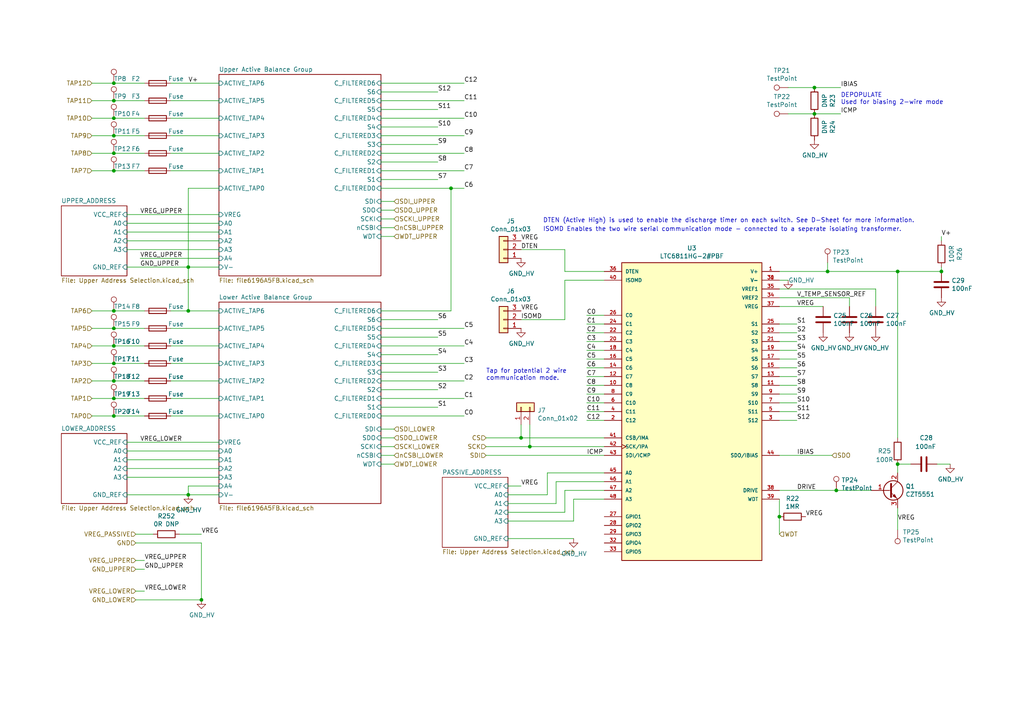
<source format=kicad_sch>
(kicad_sch (version 20211123) (generator eeschema)
  (paper "A4")
  (lib_symbols
    (symbol "Connector:TestPoint" (pin_numbers hide) (pin_names (offset 0.762) hide)
      (property "Reference" "TP" (at 0 6.858 0))
      (property "Value" "TestPoint" (at 0 5.08 0))
      (symbol "TestPoint_1_1"
        (pin passive line (at 0 0 90) (length 2.54) (name "1") (number "1"))
      )
    )
    (symbol "Connector_Generic:Conn_01x02" (pin_names (offset 1.016) hide)
      (property "Reference" "J" (at 0 2.54 0))
      (property "Value" "Conn_01x02" (at 0 -5.08 0))
      (symbol "Conn_01x02_1_1"
        (pin passive line (at -5.08 0 0) (length 3.81) (name "Pin_1") (number "1"))
        (pin passive line (at -5.08 -2.54 0) (length 3.81) (name "Pin_2") (number "2"))
      )
    )
    (symbol "Connector_Generic:Conn_01x03" (pin_names (offset 1.016) hide)
      (property "Reference" "J" (at 0 5.08 0))
      (property "Value" "Conn_01x03" (at 0 -5.08 0))
      (symbol "Conn_01x03_1_1"
        (pin passive line (at -5.08 2.54 0) (length 3.81) (name "Pin_1") (number "1"))
        (pin passive line (at -5.08 0 0) (length 3.81) (name "Pin_2") (number "2"))
        (pin passive line (at -5.08 -2.54 0) (length 3.81) (name "Pin_3") (number "3"))
      )
    )
    (symbol "Device:C" (pin_numbers hide) (pin_names (offset 0.254))
      (property "Reference" "C" (at 0.635 2.54 0))
      (property "Value" "C" (at 0.635 -2.54 0))
      (symbol "C_1_1"
        (pin passive line (at 0 3.81 270) (length 2.794) (name "~") (number "1"))
        (pin passive line (at 0 -3.81 90) (length 2.794) (name "~") (number "2"))
      )
    )
    (symbol "Device:Fuse" (pin_numbers hide) (pin_names (offset 0))
      (property "Reference" "F" (at 2.032 0 90))
      (property "Value" "Fuse" (at -1.905 0 90))
      (symbol "Fuse_1_1"
        (pin passive line (at 0 3.81 270) (length 1.27) (name "~") (number "1"))
        (pin passive line (at 0 -3.81 90) (length 1.27) (name "~") (number "2"))
      )
    )
    (symbol "Device:R" (pin_numbers hide) (pin_names (offset 0))
      (property "Reference" "R" (at 2.032 0 90))
      (property "Value" "R" (at 0 0 90))
      (symbol "R_1_1"
        (pin passive line (at 0 3.81 270) (length 1.27) (name "~") (number "1"))
        (pin passive line (at 0 -3.81 90) (length 1.27) (name "~") (number "2"))
      )
    )
    (symbol "GND_HV_1" (power) (pin_names (offset 0))
      (property "Value" "GND_HV_1" (at 0 -3.81 0))
      (symbol "GND_HV_1_1_1"
        (pin power_in line (at 0 0 270) (length 0) hide (name "GND_HV") (number "1"))
      )
    )
    (symbol "GND_HV_10" (power) (pin_names (offset 0))
      (property "Value" "GND_HV_10" (at 0 -3.81 0))
      (symbol "GND_HV_10_1_1"
        (pin power_in line (at 0 0 270) (length 0) hide (name "GND_HV") (number "1"))
      )
    )
    (symbol "GND_HV_12" (power) (pin_names (offset 0))
      (property "Value" "GND_HV_12" (at 0 -3.81 0))
      (symbol "GND_HV_12_1_1"
        (pin power_in line (at 0 0 270) (length 0) hide (name "GND_HV") (number "1"))
      )
    )
    (symbol "GND_HV_2" (power) (pin_names (offset 0))
      (property "Value" "GND_HV_2" (at 0 -3.81 0))
      (symbol "GND_HV_2_1_1"
        (pin power_in line (at 0 0 270) (length 0) hide (name "GND_HV") (number "1"))
      )
    )
    (symbol "GND_HV_3" (power) (pin_names (offset 0))
      (property "Value" "GND_HV_3" (at 0 -3.81 0))
      (symbol "GND_HV_3_1_1"
        (pin power_in line (at 0 0 270) (length 0) hide (name "GND_HV") (number "1"))
      )
    )
    (symbol "GND_HV_4" (power) (pin_names (offset 0))
      (property "Value" "GND_HV_4" (at 0 -3.81 0))
      (symbol "GND_HV_4_1_1"
        (pin power_in line (at 0 0 270) (length 0) hide (name "GND_HV") (number "1"))
      )
    )
    (symbol "GND_HV_5" (power) (pin_names (offset 0))
      (property "Value" "GND_HV_5" (at 0 -3.81 0))
      (symbol "GND_HV_5_1_1"
        (pin power_in line (at 0 0 270) (length 0) hide (name "GND_HV") (number "1"))
      )
    )
    (symbol "GND_HV_6" (power) (pin_names (offset 0))
      (property "Value" "GND_HV_6" (at 0 -3.81 0))
      (symbol "GND_HV_6_1_1"
        (pin power_in line (at 0 0 270) (length 0) hide (name "GND_HV") (number "1"))
      )
    )
    (symbol "GND_HV_7" (power) (pin_names (offset 0))
      (property "Value" "GND_HV_7" (at 0 -3.81 0))
      (symbol "GND_HV_7_1_1"
        (pin power_in line (at 0 0 270) (length 0) hide (name "GND_HV") (number "1"))
      )
    )
    (symbol "GND_HV_8" (power) (pin_names (offset 0))
      (property "Value" "GND_HV_8" (at 0 -3.81 0))
      (symbol "GND_HV_8_1_1"
        (pin power_in line (at 0 0 270) (length 0) hide (name "GND_HV") (number "1"))
      )
    )
    (symbol "GND_HV_9" (power) (pin_names (offset 0))
      (property "Value" "GND_HV_9" (at 0 -3.81 0))
      (symbol "GND_HV_9_1_1"
        (pin power_in line (at 0 0 270) (length 0) hide (name "GND_HV") (number "1"))
      )
    )
    (symbol "LTC6811HG-2_PBF:LTC6811HG-2#PBF" (pin_names (offset 1.016))
      (property "Reference" "U" (at -20.3454 43.7134 0))
      (property "Value" "LTC6811HG-2#PBF" (at -20.32 -48.2854 0))
      (symbol "LTC6811HG-2#PBF_0_0"
        (pin power_in line (at 25.4 40.64 180) (length 5.08) (name "V+") (number "1"))
        (pin input line (at -25.4 7.62 0) (length 5.08) (name "C8") (number "10"))
        (pin bidirectional line (at 25.4 7.62 180) (length 5.08) (name "S8") (number "11"))
        (pin input line (at -25.4 10.16 0) (length 5.08) (name "C7") (number "12"))
        (pin bidirectional line (at 25.4 10.16 180) (length 5.08) (name "S7") (number "13"))
        (pin input line (at -25.4 12.7 0) (length 5.08) (name "C6") (number "14"))
        (pin bidirectional line (at 25.4 12.7 180) (length 5.08) (name "S6") (number "15"))
        (pin input line (at -25.4 15.24 0) (length 5.08) (name "C5") (number "16"))
        (pin bidirectional line (at 25.4 15.24 180) (length 5.08) (name "S5") (number "17"))
        (pin input line (at -25.4 17.78 0) (length 5.08) (name "C4") (number "18"))
        (pin bidirectional line (at 25.4 17.78 180) (length 5.08) (name "S4") (number "19"))
        (pin input line (at -25.4 -2.54 0) (length 5.08) (name "C12") (number "2"))
        (pin input line (at -25.4 20.32 0) (length 5.08) (name "C3") (number "20"))
        (pin bidirectional line (at 25.4 20.32 180) (length 5.08) (name "S3") (number "21"))
        (pin input line (at -25.4 22.86 0) (length 5.08) (name "C2") (number "22"))
        (pin bidirectional line (at 25.4 22.86 180) (length 5.08) (name "S2") (number "23"))
        (pin input line (at -25.4 25.4 0) (length 5.08) (name "C1") (number "24"))
        (pin bidirectional line (at 25.4 25.4 180) (length 5.08) (name "S1") (number "25"))
        (pin input line (at -25.4 27.94 0) (length 5.08) (name "C0") (number "26"))
        (pin bidirectional line (at -25.4 -30.48 0) (length 5.08) (name "GPIO1") (number "27"))
        (pin bidirectional line (at -25.4 -33.02 0) (length 5.08) (name "GPIO2") (number "28"))
        (pin bidirectional line (at -25.4 -35.56 0) (length 5.08) (name "GPIO3") (number "29"))
        (pin bidirectional line (at 25.4 -2.54 180) (length 5.08) (name "S12") (number "3"))
        (pin power_in line (at 25.4 38.1 180) (length 5.08) (name "V-") (number "30"))
        (pin power_in line (at 25.4 38.1 180) (length 5.08) (name "V-") (number "31"))
        (pin bidirectional line (at -25.4 -38.1 0) (length 5.08) (name "GPIO4") (number "32"))
        (pin bidirectional line (at -25.4 -40.64 0) (length 5.08) (name "GPIO5") (number "33"))
        (pin power_in line (at 25.4 33.02 180) (length 5.08) (name "VREF2") (number "34"))
        (pin power_in line (at 25.4 35.56 180) (length 5.08) (name "VREF1") (number "35"))
        (pin input line (at -25.4 40.64 0) (length 5.08) (name "DTEN") (number "36"))
        (pin power_in line (at 25.4 30.48 180) (length 5.08) (name "VREG") (number "37"))
        (pin output line (at 25.4 -22.86 180) (length 5.08) (name "DRIVE") (number "38"))
        (pin output line (at 25.4 -25.4 180) (length 5.08) (name "WDT") (number "39"))
        (pin input line (at -25.4 0 0) (length 5.08) (name "C11") (number "4"))
        (pin input line (at -25.4 38.1 0) (length 5.08) (name "ISOMD") (number "40"))
        (pin input line (at -25.4 -7.62 0) (length 5.08) (name "CSB/IMA") (number "41"))
        (pin input clock (at -25.4 -10.16 0) (length 5.08) (name "SCK/IPA") (number "42"))
        (pin input line (at -25.4 -12.7 0) (length 5.08) (name "SDI/ICMP") (number "43"))
        (pin output line (at 25.4 -12.7 180) (length 5.08) (name "SDO/IBIAS") (number "44"))
        (pin input line (at -25.4 -17.78 0) (length 5.08) (name "A0") (number "45"))
        (pin input line (at -25.4 -20.32 0) (length 5.08) (name "A1") (number "46"))
        (pin input line (at -25.4 -22.86 0) (length 5.08) (name "A2") (number "47"))
        (pin input line (at -25.4 -25.4 0) (length 5.08) (name "A3") (number "48"))
        (pin bidirectional line (at 25.4 0 180) (length 5.08) (name "S11") (number "5"))
        (pin input line (at -25.4 2.54 0) (length 5.08) (name "C10") (number "6"))
        (pin bidirectional line (at 25.4 2.54 180) (length 5.08) (name "S10") (number "7"))
        (pin input line (at -25.4 5.08 0) (length 5.08) (name "C9") (number "8"))
        (pin bidirectional line (at 25.4 5.08 180) (length 5.08) (name "S9") (number "9"))
      )
    )
    (symbol "czt5551:CZT5551" (pin_names (offset 0) hide)
      (property "Reference" "Q" (at 5.08 1.905 0))
      (property "Value" "CZT5551" (at 5.08 0 0))
      (symbol "CZT5551_1_1"
        (pin input line (at -5.08 0 0) (length 5.08) (name "B") (number "1"))
        (pin passive line (at 2.54 5.08 270) (length 2.54) (name "C") (number "2"))
        (pin passive line (at 2.54 -5.08 90) (length 2.54) (name "E") (number "3"))
      )
    )
    (symbol "gnd_hv:GND_HV" (power) (pin_names (offset 0))
      (property "Value" "GND_HV" (at 0 -3.81 0))
      (symbol "GND_HV_1_1"
        (pin power_in line (at 0 0 270) (length 0) hide (name "GND_HV") (number "1"))
      )
    )
  )
  (junction (at 33.02 110.49))
  (junction (at 260.35 134.62))
  (junction (at 260.35 78.74))
  (junction (at 33.02 49.53))
  (junction (at 33.02 105.41))
  (junction (at 33.02 115.57))
  (junction (at 33.02 100.33))
  (junction (at 240.03 78.74))
  (junction (at 33.02 29.21))
  (junction (at 58.42 173.99))
  (junction (at 33.02 44.45))
  (junction (at 153.67 129.54))
  (junction (at 33.02 34.29))
  (junction (at 33.02 39.37))
  (junction (at 54.61 143.51))
  (junction (at 130.81 54.61))
  (junction (at 226.06 149.86))
  (junction (at 54.61 77.47))
  (junction (at 33.02 90.17))
  (junction (at 54.61 90.17))
  (junction (at 33.02 95.25))
  (junction (at 236.22 25.4))
  (junction (at 242.57 142.24))
  (junction (at 151.13 127))
  (junction (at 236.22 33.02))
  (junction (at 33.02 24.13))
  (junction (at 273.05 78.74))
  (junction (at 33.02 120.65))
  (wire (pts (xy 163.83 92.71) (xy 151.13 92.71)))
  (wire (pts (xy 110.49 110.49) (xy 134.62 110.49)))
  (wire (pts (xy 226.06 144.78) (xy 226.06 149.86)))
  (wire (pts (xy 110.49 127) (xy 114.3 127)))
  (wire (pts (xy 134.62 49.53) (xy 110.49 49.53)))
  (wire (pts (xy 175.26 81.28) (xy 163.83 81.28)))
  (wire (pts (xy 175.26 129.54) (xy 153.67 129.54)))
  (wire (pts (xy 110.49 66.04) (xy 114.3 66.04)))
  (wire (pts (xy 110.49 41.91) (xy 127 41.91)))
  (wire (pts (xy 243.84 25.4) (xy 236.22 25.4)))
  (wire (pts (xy 110.49 60.96) (xy 114.3 60.96)))
  (wire (pts (xy 175.26 93.98) (xy 170.18 93.98)))
  (wire (pts (xy 226.06 116.84) (xy 231.14 116.84)))
  (wire (pts (xy 147.32 140.97) (xy 151.13 140.97)))
  (wire (pts (xy 114.3 134.62) (xy 110.49 134.62)))
  (wire (pts (xy 63.5 34.29) (xy 49.53 34.29)))
  (wire (pts (xy 110.49 97.79) (xy 127 97.79)))
  (wire (pts (xy 170.18 106.68) (xy 175.26 106.68)))
  (wire (pts (xy 54.61 54.61) (xy 54.61 77.47)))
  (wire (pts (xy 110.49 100.33) (xy 134.62 100.33)))
  (wire (pts (xy 58.42 157.48) (xy 58.42 173.99)))
  (wire (pts (xy 41.91 44.45) (xy 33.02 44.45)))
  (wire (pts (xy 163.83 148.59) (xy 163.83 142.24)))
  (wire (pts (xy 114.3 63.5) (xy 110.49 63.5)))
  (wire (pts (xy 110.49 107.95) (xy 127 107.95)))
  (wire (pts (xy 54.61 77.47) (xy 63.5 77.47)))
  (wire (pts (xy 170.18 109.22) (xy 175.26 109.22)))
  (wire (pts (xy 26.67 34.29) (xy 33.02 34.29)))
  (wire (pts (xy 63.5 24.13) (xy 49.53 24.13)))
  (wire (pts (xy 33.02 90.17) (xy 41.91 90.17)))
  (wire (pts (xy 54.61 140.97) (xy 63.5 140.97)))
  (wire (pts (xy 151.13 123.19) (xy 151.13 127)))
  (wire (pts (xy 39.37 157.48) (xy 58.42 157.48)))
  (wire (pts (xy 110.49 26.67) (xy 127 26.67)))
  (wire (pts (xy 41.91 95.25) (xy 33.02 95.25)))
  (wire (pts (xy 110.49 95.25) (xy 134.62 95.25)))
  (wire (pts (xy 63.5 39.37) (xy 49.53 39.37)))
  (wire (pts (xy 110.49 113.03) (xy 127 113.03)))
  (wire (pts (xy 63.5 69.85) (xy 36.83 69.85)))
  (wire (pts (xy 26.67 49.53) (xy 33.02 49.53)))
  (wire (pts (xy 260.35 78.74) (xy 273.05 78.74)))
  (wire (pts (xy 63.5 115.57) (xy 49.53 115.57)))
  (wire (pts (xy 63.5 54.61) (xy 54.61 54.61)))
  (wire (pts (xy 63.5 44.45) (xy 49.53 44.45)))
  (wire (pts (xy 26.67 105.41) (xy 33.02 105.41)))
  (wire (pts (xy 158.75 143.51) (xy 158.75 137.16)))
  (wire (pts (xy 63.5 105.41) (xy 49.53 105.41)))
  (wire (pts (xy 161.29 146.05) (xy 147.32 146.05)))
  (wire (pts (xy 170.18 111.76) (xy 175.26 111.76)))
  (wire (pts (xy 226.06 83.82) (xy 254 83.82)))
  (wire (pts (xy 226.06 142.24) (xy 242.57 142.24)))
  (wire (pts (xy 110.49 31.75) (xy 127 31.75)))
  (wire (pts (xy 52.07 154.94) (xy 58.42 154.94)))
  (wire (pts (xy 110.49 54.61) (xy 130.81 54.61)))
  (wire (pts (xy 110.49 105.41) (xy 134.62 105.41)))
  (wire (pts (xy 36.83 77.47) (xy 54.61 77.47)))
  (wire (pts (xy 242.57 142.24) (xy 252.73 142.24)))
  (wire (pts (xy 175.26 104.14) (xy 170.18 104.14)))
  (wire (pts (xy 175.26 119.38) (xy 170.18 119.38)))
  (wire (pts (xy 114.3 58.42) (xy 110.49 58.42)))
  (wire (pts (xy 110.49 118.11) (xy 127 118.11)))
  (wire (pts (xy 170.18 91.44) (xy 175.26 91.44)))
  (wire (pts (xy 226.06 81.28) (xy 228.6 81.28)))
  (wire (pts (xy 226.06 78.74) (xy 240.03 78.74)))
  (wire (pts (xy 226.06 149.86) (xy 226.06 154.94)))
  (wire (pts (xy 166.37 151.13) (xy 147.32 151.13)))
  (wire (pts (xy 130.81 54.61) (xy 134.62 54.61)))
  (wire (pts (xy 226.06 88.9) (xy 238.76 88.9)))
  (wire (pts (xy 110.49 36.83) (xy 127 36.83)))
  (wire (pts (xy 166.37 144.78) (xy 166.37 151.13)))
  (wire (pts (xy 36.83 67.31) (xy 63.5 67.31)))
  (wire (pts (xy 110.49 44.45) (xy 134.62 44.45)))
  (wire (pts (xy 110.49 92.71) (xy 127 92.71)))
  (wire (pts (xy 241.3 132.08) (xy 226.06 132.08)))
  (wire (pts (xy 153.67 129.54) (xy 140.97 129.54)))
  (wire (pts (xy 226.06 96.52) (xy 231.14 96.52)))
  (wire (pts (xy 54.61 143.51) (xy 63.5 143.51)))
  (wire (pts (xy 110.49 115.57) (xy 134.62 115.57)))
  (wire (pts (xy 39.37 171.45) (xy 41.91 171.45)))
  (wire (pts (xy 110.49 90.17) (xy 130.81 90.17)))
  (wire (pts (xy 260.35 134.62) (xy 260.35 137.16)))
  (wire (pts (xy 271.78 134.62) (xy 275.59 134.62)))
  (wire (pts (xy 39.37 154.94) (xy 44.45 154.94)))
  (wire (pts (xy 26.67 115.57) (xy 33.02 115.57)))
  (wire (pts (xy 26.67 39.37) (xy 33.02 39.37)))
  (wire (pts (xy 175.26 114.3) (xy 170.18 114.3)))
  (wire (pts (xy 39.37 165.1) (xy 41.91 165.1)))
  (wire (pts (xy 114.3 129.54) (xy 110.49 129.54)))
  (wire (pts (xy 114.3 124.46) (xy 110.49 124.46)))
  (wire (pts (xy 41.91 34.29) (xy 33.02 34.29)))
  (wire (pts (xy 33.02 39.37) (xy 41.91 39.37)))
  (wire (pts (xy 231.14 104.14) (xy 226.06 104.14)))
  (wire (pts (xy 170.18 116.84) (xy 175.26 116.84)))
  (wire (pts (xy 243.84 33.02) (xy 236.22 33.02)))
  (wire (pts (xy 175.26 127) (xy 151.13 127)))
  (wire (pts (xy 246.38 86.36) (xy 226.06 86.36)))
  (wire (pts (xy 254 83.82) (xy 254 88.9)))
  (wire (pts (xy 175.26 132.08) (xy 140.97 132.08)))
  (wire (pts (xy 36.83 130.81) (xy 63.5 130.81)))
  (wire (pts (xy 114.3 68.58) (xy 110.49 68.58)))
  (wire (pts (xy 39.37 173.99) (xy 58.42 173.99)))
  (wire (pts (xy 260.35 78.74) (xy 260.35 127)))
  (wire (pts (xy 273.05 69.85) (xy 273.05 68.58)))
  (wire (pts (xy 49.53 120.65) (xy 63.5 120.65)))
  (wire (pts (xy 130.81 54.61) (xy 130.81 90.17)))
  (wire (pts (xy 110.49 52.07) (xy 127 52.07)))
  (wire (pts (xy 260.35 153.67) (xy 260.35 147.32)))
  (wire (pts (xy 163.83 72.39) (xy 151.13 72.39)))
  (wire (pts (xy 26.67 29.21) (xy 33.02 29.21)))
  (wire (pts (xy 110.49 46.99) (xy 127 46.99)))
  (wire (pts (xy 175.26 144.78) (xy 166.37 144.78)))
  (wire (pts (xy 110.49 102.87) (xy 127 102.87)))
  (wire (pts (xy 246.38 88.9) (xy 246.38 86.36)))
  (wire (pts (xy 36.83 138.43) (xy 63.5 138.43)))
  (wire (pts (xy 39.37 162.56) (xy 41.91 162.56)))
  (wire (pts (xy 36.83 62.23) (xy 63.5 62.23)))
  (wire (pts (xy 49.53 90.17) (xy 54.61 90.17)))
  (wire (pts (xy 54.61 77.47) (xy 54.61 90.17)))
  (wire (pts (xy 226.06 111.76) (xy 231.14 111.76)))
  (wire (pts (xy 41.91 49.53) (xy 33.02 49.53)))
  (wire (pts (xy 26.67 44.45) (xy 33.02 44.45)))
  (wire (pts (xy 170.18 96.52) (xy 175.26 96.52)))
  (wire (pts (xy 226.06 109.22) (xy 231.14 109.22)))
  (wire (pts (xy 170.18 101.6) (xy 175.26 101.6)))
  (wire (pts (xy 41.91 115.57) (xy 33.02 115.57)))
  (wire (pts (xy 63.5 49.53) (xy 49.53 49.53)))
  (wire (pts (xy 33.02 24.13) (xy 41.91 24.13)))
  (wire (pts (xy 110.49 34.29) (xy 134.62 34.29)))
  (wire (pts (xy 163.83 78.74) (xy 163.83 72.39)))
  (wire (pts (xy 63.5 135.89) (xy 36.83 135.89)))
  (wire (pts (xy 228.6 25.4) (xy 236.22 25.4)))
  (wire (pts (xy 41.91 100.33) (xy 33.02 100.33)))
  (wire (pts (xy 26.67 90.17) (xy 33.02 90.17)))
  (wire (pts (xy 226.06 106.68) (xy 231.14 106.68)))
  (wire (pts (xy 63.5 100.33) (xy 49.53 100.33)))
  (wire (pts (xy 236.22 33.02) (xy 228.6 33.02)))
  (wire (pts (xy 147.32 148.59) (xy 163.83 148.59)))
  (wire (pts (xy 110.49 29.21) (xy 134.62 29.21)))
  (wire (pts (xy 273.05 78.74) (xy 273.05 77.47)))
  (wire (pts (xy 33.02 105.41) (xy 41.91 105.41)))
  (wire (pts (xy 41.91 110.49) (xy 33.02 110.49)))
  (wire (pts (xy 161.29 139.7) (xy 161.29 146.05)))
  (wire (pts (xy 63.5 110.49) (xy 49.53 110.49)))
  (wire (pts (xy 240.03 78.74) (xy 260.35 78.74)))
  (wire (pts (xy 36.83 133.35) (xy 63.5 133.35)))
  (wire (pts (xy 163.83 81.28) (xy 163.83 92.71)))
  (wire (pts (xy 26.67 120.65) (xy 33.02 120.65)))
  (wire (pts (xy 36.83 128.27) (xy 63.5 128.27)))
  (wire (pts (xy 110.49 39.37) (xy 134.62 39.37)))
  (wire (pts (xy 110.49 24.13) (xy 134.62 24.13)))
  (wire (pts (xy 41.91 29.21) (xy 33.02 29.21)))
  (wire (pts (xy 170.18 121.92) (xy 175.26 121.92)))
  (wire (pts (xy 264.16 134.62) (xy 260.35 134.62)))
  (wire (pts (xy 231.14 114.3) (xy 226.06 114.3)))
  (wire (pts (xy 147.32 143.51) (xy 158.75 143.51)))
  (wire (pts (xy 63.5 29.21) (xy 49.53 29.21)))
  (wire (pts (xy 175.26 139.7) (xy 161.29 139.7)))
  (wire (pts (xy 54.61 90.17) (xy 63.5 90.17)))
  (wire (pts (xy 26.67 100.33) (xy 33.02 100.33)))
  (wire (pts (xy 63.5 95.25) (xy 49.53 95.25)))
  (wire (pts (xy 231.14 99.06) (xy 226.06 99.06)))
  (wire (pts (xy 175.26 99.06) (xy 170.18 99.06)))
  (wire (pts (xy 158.75 137.16) (xy 175.26 137.16)))
  (wire (pts (xy 110.49 132.08) (xy 114.3 132.08)))
  (wire (pts (xy 226.06 121.92) (xy 231.14 121.92)))
  (wire (pts (xy 240.03 76.2) (xy 240.03 78.74)))
  (wire (pts (xy 26.67 110.49) (xy 33.02 110.49)))
  (wire (pts (xy 226.06 101.6) (xy 231.14 101.6)))
  (wire (pts (xy 40.64 74.93) (xy 63.5 74.93)))
  (wire (pts (xy 231.14 119.38) (xy 226.06 119.38)))
  (wire (pts (xy 163.83 142.24) (xy 175.26 142.24)))
  (wire (pts (xy 26.67 24.13) (xy 33.02 24.13)))
  (wire (pts (xy 54.61 143.51) (xy 54.61 140.97)))
  (wire (pts (xy 151.13 127) (xy 140.97 127)))
  (wire (pts (xy 26.67 95.25) (xy 33.02 95.25)))
  (wire (pts (xy 41.91 120.65) (xy 33.02 120.65)))
  (wire (pts (xy 147.32 156.21) (xy 166.37 156.21)))
  (wire (pts (xy 36.83 143.51) (xy 54.61 143.51)))
  (wire (pts (xy 175.26 78.74) (xy 163.83 78.74)))
  (wire (pts (xy 134.62 120.65) (xy 110.49 120.65)))
  (wire (pts (xy 231.14 93.98) (xy 226.06 93.98)))
  (wire (pts (xy 153.67 123.19) (xy 153.67 129.54)))
  (wire (pts (xy 36.83 64.77) (xy 63.5 64.77)))
  (wire (pts (xy 36.83 72.39) (xy 63.5 72.39)))
  (text "DTEN (Active High) is used to enable the discharge timer on each switch. See D-Sheet for more information." (at 157.48 64.77 0) (effects (font (size 1.27 1.27)) (justify left bottom)))
  (text "DEPOPULATE\nUsed for biasing 2-wire mode" (at 243.84 30.48 0) (effects (font (size 1.27 1.27)) (justify left bottom)))
  (text "Tap for potential 2 wire \ncommunication mode." (at 140.97 110.49 0) (effects (font (size 1.27 1.27)) (justify left bottom)))
  (text "ISOMD Enables the two wire serial communication mode - connected to a seperate isolating transformer." (at 157.48 67.31 0) (effects (font (size 1.27 1.27)) (justify left bottom)))
  (label "C12" (at 170.18 121.92 0))
  (label "S10" (at 127 36.83 0))
  (label "VREG" (at 58.42 154.94 0))
  (label "DTEN" (at 151.13 72.39 0))
  (label "IBIAS" (at 231.14 132.08 0))
  (label "C3" (at 134.62 105.41 0))
  (label "C3" (at 170.18 99.06 0))
  (label "S11" (at 231.14 119.38 0))
  (label "S11" (at 127 31.75 0))
  (label "C0" (at 170.18 91.44 0))
  (label "C0" (at 134.62 120.65 0))
  (label "C11" (at 170.18 119.38 0))
  (label "S7" (at 231.14 109.22 0))
  (label "C2" (at 134.62 110.49 0))
  (label "V_TEMP_SENSOR_REF" (at 231.14 86.36 0))
  (label "C10" (at 134.62 34.29 0))
  (label "C7" (at 134.62 49.53 0))
  (label "ISOMD" (at 151.13 92.71 0))
  (label "C4" (at 134.62 100.33 0))
  (label "VREG" (at 151.13 90.17 0))
  (label "GND_UPPER" (at 40.64 77.47 0))
  (label "S5" (at 127 97.79 0))
  (label "S4" (at 127 102.87 0))
  (label "V+" (at 54.61 24.13 0))
  (label "C5" (at 134.62 95.25 0))
  (label "VREG" (at 233.68 149.86 0))
  (label "S3" (at 231.14 99.06 0))
  (label "S7" (at 127 52.07 0))
  (label "S10" (at 231.14 116.84 0))
  (label "V+" (at 273.05 68.58 0))
  (label "S12" (at 127 26.67 0))
  (label "C9" (at 170.18 114.3 0))
  (label "IBIAS" (at 243.84 25.4 0))
  (label "S2" (at 127 113.03 0))
  (label "VREG" (at 231.14 88.9 0))
  (label "S6" (at 127 92.71 0))
  (label "VREG_LOWER" (at 40.64 128.27 0))
  (label "S8" (at 127 46.99 0))
  (label "ICMP" (at 170.18 132.08 0))
  (label "VREG" (at 260.35 151.13 0))
  (label "C2" (at 170.18 96.52 0))
  (label "C12" (at 134.62 24.13 0))
  (label "S8" (at 231.14 111.76 0))
  (label "VREG_UPPER" (at 40.64 74.93 0))
  (label "C10" (at 170.18 116.84 0))
  (label "C11" (at 134.62 29.21 0))
  (label "C5" (at 170.18 104.14 0))
  (label "VREG" (at 151.13 140.97 0))
  (label "VREG_UPPER" (at 40.64 62.23 0))
  (label "C6" (at 134.62 54.61 0))
  (label "C8" (at 134.62 44.45 0))
  (label "S2" (at 231.14 96.52 0))
  (label "VREG" (at 151.13 69.85 0))
  (label "ICMP" (at 243.84 33.02 0))
  (label "C4" (at 170.18 101.6 0))
  (label "S6" (at 231.14 106.68 0))
  (label "S5" (at 231.14 104.14 0))
  (label "S1" (at 231.14 93.98 0))
  (label "C6" (at 170.18 106.68 0))
  (label "S12" (at 231.14 121.92 0))
  (label "GND_UPPER" (at 41.91 165.1 0))
  (label "S9" (at 231.14 114.3 0))
  (label "C7" (at 170.18 109.22 0))
  (label "VREG_LOWER" (at 41.91 171.45 0))
  (label "S4" (at 231.14 101.6 0))
  (label "C8" (at 170.18 111.76 0))
  (label "C1" (at 134.62 115.57 0))
  (label "DRIVE" (at 231.14 142.24 0))
  (label "S1" (at 127 118.11 0))
  (label "VREG_UPPER" (at 41.91 162.56 0))
  (label "S3" (at 127 107.95 0))
  (label "C1" (at 170.18 93.98 0))
  (label "C9" (at 134.62 39.37 0))
  (label "S9" (at 127 41.91 0))
  (hierarchical_label "SDI_LOWER" (shape input) (at 114.3 124.46 0))
  (hierarchical_label "SCKI_LOWER" (shape input) (at 114.3 129.54 0))
  (hierarchical_label "nCSBI_UPPER" (shape input) (at 114.3 66.04 0))
  (hierarchical_label "SDO" (shape input) (at 241.3 132.08 0))
  (hierarchical_label "TAP2" (shape input) (at 26.67 110.49 180))
  (hierarchical_label "TAP9" (shape input) (at 26.67 39.37 180))
  (hierarchical_label "SDI" (shape input) (at 140.97 132.08 180))
  (hierarchical_label "VREG_PASSIVE" (shape input) (at 39.37 154.94 180))
  (hierarchical_label "TAP11" (shape input) (at 26.67 29.21 180))
  (hierarchical_label "GND_UPPER" (shape input) (at 39.37 165.1 180))
  (hierarchical_label "TAP0" (shape input) (at 26.67 120.65 180))
  (hierarchical_label "WDT_UPPER" (shape input) (at 114.3 68.58 0))
  (hierarchical_label "VREG_UPPER" (shape input) (at 39.37 162.56 180))
  (hierarchical_label "WDT_LOWER" (shape input) (at 114.3 134.62 0))
  (hierarchical_label "GND_LOWER" (shape input) (at 39.37 173.99 180))
  (hierarchical_label "nCSBI_LOWER" (shape input) (at 114.3 132.08 0))
  (hierarchical_label "TAP12" (shape input) (at 26.67 24.13 180))
  (hierarchical_label "SDO_UPPER" (shape input) (at 114.3 60.96 0))
  (hierarchical_label "VREG_LOWER" (shape input) (at 39.37 171.45 180))
  (hierarchical_label "TAP7" (shape input) (at 26.67 49.53 180))
  (hierarchical_label "TAP4" (shape input) (at 26.67 100.33 180))
  (hierarchical_label "TAP1" (shape input) (at 26.67 115.57 180))
  (hierarchical_label "TAP6" (shape input) (at 26.67 90.17 180))
  (hierarchical_label "SCK" (shape input) (at 140.97 129.54 180))
  (hierarchical_label "CS" (shape input) (at 140.97 127 180))
  (hierarchical_label "SDI_UPPER" (shape input) (at 114.3 58.42 0))
  (hierarchical_label "WDT" (shape input) (at 226.06 154.94 0))
  (hierarchical_label "TAP8" (shape input) (at 26.67 44.45 180))
  (hierarchical_label "GND" (shape input) (at 39.37 157.48 180))
  (hierarchical_label "TAP3" (shape input) (at 26.67 105.41 180))
  (hierarchical_label "SDO_LOWER" (shape input) (at 114.3 127 0))
  (hierarchical_label "TAP10" (shape input) (at 26.67 34.29 180))
  (hierarchical_label "SCKI_UPPER" (shape input) (at 114.3 63.5 0))
  (hierarchical_label "TAP5" (shape input) (at 26.67 95.25 180))
  (symbol (lib_id "LTC6811HG-2_PBF:LTC6811HG-2#PBF") (at 200.66 119.38 0) (unit 1)
    (property "Reference" "U3" (at 200.66 71.9582 0))
    (property "Value" "LTC6811HG-2#PBF" (at 200.66 74.2696 0))
    (property "Footprint" "SOP50P780X200-48N" (effects hide))
    (property "Manufacturer" "Linear Technology" (effects hide))
    (property "Part Number" "LTC6811HG-2#PBF" (effects hide))
    (property "Mouser Part Number" "NOT AVAILABLE!" (effects hide))
    (property "Mouser URL" "NOT AVAILABLE!" (effects hide))
  )
  (symbol (lib_id "Device:Fuse") (at 45.72 24.13 90) (unit 1)
    (property "Reference" "F2" (at 40.64 22.86 90) (effects (justify left)))
    (property "Value" "Fuse" (at 53.34 22.86 90) (effects (justify left)))
    (property "Footprint" "Fuse:Fuse_0805_2012Metric_Pad1.15x1.40mm_HandSolder" (effects hide))
    (property "Manufacturer" "Vishay" (effects hide))
    (property "Mouser Part Number" "594-MFU0805FF04000P1" (effects hide))
    (property "Mouser URL" "https://au.mouser.com/ProductDetail/Vishay-Beyschlag/MFU0805FF04000P100?qs=sGAEpiMZZMsZt0HrY5I79jUpjxuD5U1pmwOyNJ1OMDQ%3D" (effects hide))
    (property "Part Number" "MFU0805FF04000P100" (effects hide))
  )
  (symbol (lib_id "Device:R") (at 273.05 73.66 180) (unit 1)
    (property "Reference" "R26" (at 278.3078 73.66 90))
    (property "Value" "100R" (at 275.9964 73.66 90))
    (property "Footprint" "Resistor_SMD:R_1206_3216Metric_Pad1.30x1.75mm_HandSolder" (effects hide))
    (property "Part Number" "-" (effects hide))
    (property "Manufacturer" "-" (effects hide))
  )
  (symbol (lib_id "Device:C") (at 273.05 82.55 0) (unit 1)
    (property "Reference" "C29" (at 275.971 81.3816 0) (effects (justify left)))
    (property "Value" "100nF" (at 275.971 83.693 0) (effects (justify left)))
    (property "Footprint" "Capacitor_SMD:C_0805_2012Metric_Pad1.18x1.45mm_HandSolder" (effects hide))
    (property "Part Number" "-" (effects hide))
    (property "Manufacturer" "-" (effects hide))
  )
  (symbol (lib_id "czt5551:CZT5551") (at 257.81 142.24 0) (unit 1)
    (property "Reference" "Q1" (at 262.636 141.0716 0) (effects (justify left)))
    (property "Value" "CZT5551" (at 262.636 143.383 0) (effects (justify left)))
    (property "Footprint" "Package_TO_SOT_SMD:SOT-223-3_TabPin2" (effects hide))
    (property "Datasheet" "https://www.onsemi.com/pub/Collateral/PN2222-D.PDF" (effects hide))
    (property "Manufacturer" "Central Semiconductor" (effects hide))
    (property "Mouser Part Number" "610-CZT5551" (effects hide))
    (property "Mouser URL" "https://au.mouser.com/ProductDetail/Central-Semiconductor/CZT5551-TR-PBFREE?qs=u16ybLDytRb99SsaOAvs%2FQ%3D%3D" (effects hide))
    (property "Part Number" "CZT5551" (effects hide))
  )
  (symbol (lib_name "GND_HV_1") (lib_id "gnd_hv:GND_HV") (at 273.05 86.36 0) (unit 1)
    (property "Reference" "#PWR052" (effects hide))
    (property "Value" "GND_HV" (at 273.177 90.7542 0))
  )
  (symbol (lib_id "Device:R") (at 260.35 130.81 0) (unit 1)
    (property "Reference" "R25" (at 256.54 130.81 0))
    (property "Value" "100R" (at 256.54 133.35 0))
    (property "Footprint" "Resistor_SMD:R_1206_3216Metric_Pad1.30x1.75mm_HandSolder" (effects hide))
    (property "Part Number" "-" (effects hide))
    (property "Manufacturer" "-" (effects hide))
  )
  (symbol (lib_name "GND_HV_10") (lib_id "gnd_hv:GND_HV") (at 275.59 134.62 0) (unit 1)
    (property "Reference" "#PWR053" (effects hide))
    (property "Value" "GND_HV" (at 275.717 139.0142 0))
  )
  (symbol (lib_id "Device:C") (at 238.76 92.71 0) (unit 1)
    (property "Reference" "C25" (at 241.681 91.5416 0) (effects (justify left)))
    (property "Value" "100nF" (at 241.681 93.853 0) (effects (justify left)))
    (property "Footprint" "Capacitor_SMD:C_0603_1608Metric_Pad1.08x0.95mm_HandSolder" (effects hide))
    (property "Part Number" "-" (effects hide))
    (property "Manufacturer" "-" (effects hide))
  )
  (symbol (lib_name "GND_HV_4") (lib_id "gnd_hv:GND_HV") (at 238.76 96.52 0) (unit 1)
    (property "Reference" "#PWR049" (effects hide))
    (property "Value" "GND_HV" (at 238.887 100.9142 0))
  )
  (symbol (lib_id "Device:C") (at 246.38 92.71 0) (unit 1)
    (property "Reference" "C26" (at 249.301 91.5416 0) (effects (justify left)))
    (property "Value" "100nF" (at 249.301 93.853 0) (effects (justify left)))
    (property "Footprint" "Capacitor_SMD:C_0603_1608Metric_Pad1.08x0.95mm_HandSolder" (effects hide))
    (property "Part Number" "-" (effects hide))
    (property "Manufacturer" "-" (effects hide))
  )
  (symbol (lib_name "GND_HV_3") (lib_id "gnd_hv:GND_HV") (at 246.38 96.52 0) (unit 1)
    (property "Reference" "#PWR050" (effects hide))
    (property "Value" "GND_HV" (at 246.507 100.9142 0))
  )
  (symbol (lib_id "Device:C") (at 254 92.71 0) (unit 1)
    (property "Reference" "C27" (at 256.921 91.5416 0) (effects (justify left)))
    (property "Value" "100nF" (at 256.921 93.853 0) (effects (justify left)))
    (property "Footprint" "Capacitor_SMD:C_0603_1608Metric_Pad1.08x0.95mm_HandSolder" (effects hide))
    (property "Part Number" "-" (effects hide))
    (property "Manufacturer" "-" (effects hide))
  )
  (symbol (lib_name "GND_HV_2") (lib_id "gnd_hv:GND_HV") (at 254 96.52 0) (unit 1)
    (property "Reference" "#PWR051" (effects hide))
    (property "Value" "GND_HV" (at 254.127 100.9142 0))
  )
  (symbol (lib_name "GND_HV_5") (lib_id "gnd_hv:GND_HV") (at 228.6 81.28 0) (unit 1)
    (property "Reference" "#PWR047" (effects hide))
    (property "Value" "GND_HV" (at 232.41 81.28 0))
  )
  (symbol (lib_name "GND_HV_6") (lib_id "gnd_hv:GND_HV") (at 151.13 74.93 0) (unit 1)
    (property "Reference" "#PWR044" (effects hide))
    (property "Value" "GND_HV" (at 151.257 79.3242 0))
  )
  (symbol (lib_id "Connector_Generic:Conn_01x03") (at 146.05 72.39 180) (unit 1)
    (property "Reference" "J5" (at 148.1328 64.135 0))
    (property "Value" "Conn_01x03" (at 148.1328 66.4464 0))
    (property "Footprint" "Connector_PinHeader_2.54mm:PinHeader_1x03_P2.54mm_Vertical" (effects hide))
    (property "Part Number" "-" (effects hide))
    (property "Manufacturer" "-" (effects hide))
  )
  (symbol (lib_id "Connector_Generic:Conn_01x03") (at 146.05 92.71 180) (unit 1)
    (property "Reference" "J6" (at 148.1328 84.455 0))
    (property "Value" "Conn_01x03" (at 148.1328 86.7664 0))
    (property "Footprint" "Connector_PinHeader_2.54mm:PinHeader_1x03_P2.54mm_Vertical" (effects hide))
    (property "Part Number" "-" (effects hide))
    (property "Manufacturer" "-" (effects hide))
  )
  (symbol (lib_name "GND_HV_7") (lib_id "gnd_hv:GND_HV") (at 151.13 95.25 0) (unit 1)
    (property "Reference" "#PWR045" (effects hide))
    (property "Value" "GND_HV" (at 151.257 99.6442 0))
  )
  (symbol (lib_id "Connector_Generic:Conn_01x02") (at 151.13 118.11 90) (unit 1)
    (property "Reference" "J7" (at 155.9052 119.0244 90) (effects (justify right)))
    (property "Value" "Conn_01x02" (at 155.9052 121.3358 90) (effects (justify right)))
    (property "Footprint" "Connector_PinHeader_2.54mm:PinHeader_1x02_P2.54mm_Vertical" (effects hide))
    (property "Part Number" "-" (effects hide))
    (property "Manufacturer" "-" (effects hide))
  )
  (symbol (lib_id "Device:R") (at 236.22 29.21 180) (unit 1)
    (property "Reference" "R23" (at 241.4778 29.21 90))
    (property "Value" "DNP" (at 239.1664 29.21 90))
    (property "Footprint" "Resistor_SMD:R_0805_2012Metric_Pad1.20x1.40mm_HandSolder" (effects hide))
    (property "Part Number" "-" (effects hide))
    (property "Manufacturer" "-" (effects hide))
  )
  (symbol (lib_id "Device:R") (at 236.22 36.83 180) (unit 1)
    (property "Reference" "R24" (at 241.4778 36.83 90))
    (property "Value" "DNP" (at 239.1664 36.83 90))
    (property "Footprint" "Resistor_SMD:R_0805_2012Metric_Pad1.20x1.40mm_HandSolder" (effects hide))
    (property "Part Number" "-" (effects hide))
    (property "Manufacturer" "-" (effects hide))
  )
  (symbol (lib_name "GND_HV_8") (lib_id "gnd_hv:GND_HV") (at 236.22 40.64 0) (unit 1)
    (property "Reference" "#PWR048" (effects hide))
    (property "Value" "GND_HV" (at 236.347 45.0342 0))
  )
  (symbol (lib_id "Device:R") (at 229.87 149.86 270) (unit 1)
    (property "Reference" "R22" (at 229.87 144.6022 90))
    (property "Value" "1MR" (at 229.87 146.9136 90))
    (property "Footprint" "Resistor_SMD:R_0603_1608Metric_Pad0.98x0.95mm_HandSolder" (effects hide))
    (property "Part Number" "-" (effects hide))
    (property "Manufacturer" "-" (effects hide))
  )
  (symbol (lib_id "Connector:TestPoint") (at 228.6 25.4 90) (unit 1)
    (property "Reference" "TP21" (at 226.7712 20.447 90))
    (property "Value" "TestPoint" (at 226.7712 22.7584 90))
    (property "Footprint" "custom:TestPoint_Pad_D1.0mm" (effects hide))
    (property "Part Number" "-" (effects hide))
    (property "Manufacturer" "-" (effects hide))
    (property "Mouser Part Number" "-" (effects hide))
    (property "Mouser URL" "-" (effects hide))
  )
  (symbol (lib_id "Connector:TestPoint") (at 228.6 33.02 90) (unit 1)
    (property "Reference" "TP22" (at 226.7712 28.067 90))
    (property "Value" "TestPoint" (at 226.7712 30.3784 90))
    (property "Footprint" "custom:TestPoint_Pad_D1.0mm" (effects hide))
    (property "Part Number" "-" (effects hide))
    (property "Manufacturer" "-" (effects hide))
    (property "Mouser Part Number" "-" (effects hide))
    (property "Mouser URL" "-" (effects hide))
  )
  (symbol (lib_id "Connector:TestPoint") (at 242.57 142.24 0) (unit 1)
    (property "Reference" "TP24" (at 244.0432 139.2428 0) (effects (justify left)))
    (property "Value" "TestPoint" (at 244.0432 141.5542 0) (effects (justify left)))
    (property "Footprint" "custom:TestPoint_Pad_D1.0mm" (effects hide))
    (property "Part Number" "-" (effects hide))
    (property "Manufacturer" "-" (effects hide))
    (property "Mouser Part Number" "-" (effects hide))
    (property "Mouser URL" "-" (effects hide))
  )
  (symbol (lib_id "Connector:TestPoint") (at 260.35 153.67 180) (unit 1)
    (property "Reference" "TP25" (at 261.8232 154.3304 0) (effects (justify right)))
    (property "Value" "TestPoint" (at 261.8232 156.6418 0) (effects (justify right)))
    (property "Footprint" "custom:TestPoint_Pad_D1.0mm" (effects hide))
    (property "Part Number" "-" (effects hide))
    (property "Manufacturer" "-" (effects hide))
    (property "Mouser Part Number" "-" (effects hide))
    (property "Mouser URL" "-" (effects hide))
  )
  (symbol (lib_id "Connector:TestPoint") (at 240.03 76.2 0) (unit 1)
    (property "Reference" "TP23" (at 241.5032 73.2028 0) (effects (justify left)))
    (property "Value" "TestPoint" (at 241.5032 75.5142 0) (effects (justify left)))
    (property "Footprint" "custom:TestPoint_Pad_D1.0mm" (effects hide))
    (property "Part Number" "-" (effects hide))
    (property "Manufacturer" "-" (effects hide))
    (property "Mouser Part Number" "-" (effects hide))
    (property "Mouser URL" "-" (effects hide))
  )
  (symbol (lib_id "Device:C") (at 267.97 134.62 270) (unit 1)
    (property "Reference" "C28" (at 266.7 127 90) (effects (justify left)))
    (property "Value" "100nF" (at 265.43 129.54 90) (effects (justify left)))
    (property "Footprint" "Capacitor_SMD:C_0805_2012Metric_Pad1.18x1.45mm_HandSolder" (effects hide))
    (property "Part Number" "-" (effects hide))
    (property "Manufacturer" "-" (effects hide))
  )
  (symbol (lib_id "Device:Fuse") (at 45.72 29.21 90) (unit 1)
    (property "Reference" "F3" (at 40.64 27.94 90) (effects (justify left)))
    (property "Value" "Fuse" (at 53.34 27.94 90) (effects (justify left)))
    (property "Footprint" "Fuse:Fuse_0805_2012Metric_Pad1.15x1.40mm_HandSolder" (effects hide))
    (property "Manufacturer" "Vishay" (effects hide))
    (property "Mouser Part Number" "594-MFU0805FF04000P1" (effects hide))
    (property "Mouser URL" "https://au.mouser.com/ProductDetail/Vishay-Beyschlag/MFU0805FF04000P100?qs=sGAEpiMZZMsZt0HrY5I79jUpjxuD5U1pmwOyNJ1OMDQ%3D" (effects hide))
    (property "Part Number" "MFU0805FF04000P100" (effects hide))
  )
  (symbol (lib_id "Device:Fuse") (at 45.72 34.29 90) (unit 1)
    (property "Reference" "F4" (at 40.64 33.02 90) (effects (justify left)))
    (property "Value" "Fuse" (at 53.34 33.02 90) (effects (justify left)))
    (property "Footprint" "Fuse:Fuse_0805_2012Metric_Pad1.15x1.40mm_HandSolder" (effects hide))
    (property "Manufacturer" "Vishay" (effects hide))
    (property "Mouser Part Number" "594-MFU0805FF04000P1" (effects hide))
    (property "Mouser URL" "https://au.mouser.com/ProductDetail/Vishay-Beyschlag/MFU0805FF04000P100?qs=sGAEpiMZZMsZt0HrY5I79jUpjxuD5U1pmwOyNJ1OMDQ%3D" (effects hide))
    (property "Part Number" "MFU0805FF04000P100" (effects hide))
  )
  (symbol (lib_id "Device:Fuse") (at 45.72 39.37 90) (unit 1)
    (property "Reference" "F5" (at 40.64 38.1 90) (effects (justify left)))
    (property "Value" "Fuse" (at 53.34 38.1 90) (effects (justify left)))
    (property "Footprint" "Fuse:Fuse_0805_2012Metric_Pad1.15x1.40mm_HandSolder" (effects hide))
    (property "Manufacturer" "Vishay" (effects hide))
    (property "Mouser Part Number" "594-MFU0805FF04000P1" (effects hide))
    (property "Mouser URL" "https://au.mouser.com/ProductDetail/Vishay-Beyschlag/MFU0805FF04000P100?qs=sGAEpiMZZMsZt0HrY5I79jUpjxuD5U1pmwOyNJ1OMDQ%3D" (effects hide))
    (property "Part Number" "MFU0805FF04000P100" (effects hide))
  )
  (symbol (lib_id "Device:Fuse") (at 45.72 44.45 90) (unit 1)
    (property "Reference" "F6" (at 40.64 43.18 90) (effects (justify left)))
    (property "Value" "Fuse" (at 53.34 43.18 90) (effects (justify left)))
    (property "Footprint" "Fuse:Fuse_0805_2012Metric_Pad1.15x1.40mm_HandSolder" (effects hide))
    (property "Manufacturer" "Vishay" (effects hide))
    (property "Mouser Part Number" "594-MFU0805FF04000P1" (effects hide))
    (property "Mouser URL" "https://au.mouser.com/ProductDetail/Vishay-Beyschlag/MFU0805FF04000P100?qs=sGAEpiMZZMsZt0HrY5I79jUpjxuD5U1pmwOyNJ1OMDQ%3D" (effects hide))
    (property "Part Number" "MFU0805FF04000P100" (effects hide))
  )
  (symbol (lib_id "Device:Fuse") (at 45.72 49.53 90) (unit 1)
    (property "Reference" "F7" (at 40.64 48.26 90) (effects (justify left)))
    (property "Value" "Fuse" (at 53.34 48.26 90) (effects (justify left)))
    (property "Footprint" "Fuse:Fuse_0805_2012Metric_Pad1.15x1.40mm_HandSolder" (effects hide))
    (property "Manufacturer" "Vishay" (effects hide))
    (property "Mouser Part Number" "594-MFU0805FF04000P1" (effects hide))
    (property "Mouser URL" "https://au.mouser.com/ProductDetail/Vishay-Beyschlag/MFU0805FF04000P100?qs=sGAEpiMZZMsZt0HrY5I79jUpjxuD5U1pmwOyNJ1OMDQ%3D" (effects hide))
    (property "Part Number" "MFU0805FF04000P100" (effects hide))
  )
  (symbol (lib_id "Device:Fuse") (at 45.72 95.25 90) (unit 1)
    (property "Reference" "F9" (at 40.64 93.98 90) (effects (justify left)))
    (property "Value" "Fuse" (at 53.34 93.98 90) (effects (justify left)))
    (property "Footprint" "Fuse:Fuse_0805_2012Metric_Pad1.15x1.40mm_HandSolder" (effects hide))
    (property "Manufacturer" "Vishay" (effects hide))
    (property "Mouser Part Number" "594-MFU0805FF04000P1" (effects hide))
    (property "Mouser URL" "https://au.mouser.com/ProductDetail/Vishay-Beyschlag/MFU0805FF04000P100?qs=sGAEpiMZZMsZt0HrY5I79jUpjxuD5U1pmwOyNJ1OMDQ%3D" (effects hide))
    (property "Part Number" "MFU0805FF04000P100" (effects hide))
  )
  (symbol (lib_id "Device:Fuse") (at 45.72 100.33 90) (unit 1)
    (property "Reference" "F10" (at 40.64 99.06 90) (effects (justify left)))
    (property "Value" "Fuse" (at 53.34 99.06 90) (effects (justify left)))
    (property "Footprint" "Fuse:Fuse_0805_2012Metric_Pad1.15x1.40mm_HandSolder" (effects hide))
    (property "Manufacturer" "Vishay" (effects hide))
    (property "Mouser Part Number" "594-MFU0805FF04000P1" (effects hide))
    (property "Mouser URL" "https://au.mouser.com/ProductDetail/Vishay-Beyschlag/MFU0805FF04000P100?qs=sGAEpiMZZMsZt0HrY5I79jUpjxuD5U1pmwOyNJ1OMDQ%3D" (effects hide))
    (property "Part Number" "MFU0805FF04000P100" (effects hide))
  )
  (symbol (lib_id "Device:Fuse") (at 45.72 105.41 90) (unit 1)
    (property "Reference" "F11" (at 40.64 104.14 90) (effects (justify left)))
    (property "Value" "Fuse" (at 53.34 104.14 90) (effects (justify left)))
    (property "Footprint" "Fuse:Fuse_0805_2012Metric_Pad1.15x1.40mm_HandSolder" (effects hide))
    (property "Manufacturer" "Vishay" (effects hide))
    (property "Mouser Part Number" "594-MFU0805FF04000P1" (effects hide))
    (property "Mouser URL" "https://au.mouser.com/ProductDetail/Vishay-Beyschlag/MFU0805FF04000P100?qs=sGAEpiMZZMsZt0HrY5I79jUpjxuD5U1pmwOyNJ1OMDQ%3D" (effects hide))
    (property "Part Number" "MFU0805FF04000P100" (effects hide))
  )
  (symbol (lib_id "Device:Fuse") (at 45.72 110.49 90) (unit 1)
    (property "Reference" "F12" (at 40.64 109.22 90) (effects (justify left)))
    (property "Value" "Fuse" (at 53.34 109.22 90) (effects (justify left)))
    (property "Footprint" "Fuse:Fuse_0805_2012Metric_Pad1.15x1.40mm_HandSolder" (effects hide))
    (property "Manufacturer" "Vishay" (effects hide))
    (property "Mouser Part Number" "594-MFU0805FF04000P1" (effects hide))
    (property "Mouser URL" "https://au.mouser.com/ProductDetail/Vishay-Beyschlag/MFU0805FF04000P100?qs=sGAEpiMZZMsZt0HrY5I79jUpjxuD5U1pmwOyNJ1OMDQ%3D" (effects hide))
    (property "Part Number" "MFU0805FF04000P100" (effects hide))
  )
  (symbol (lib_id "Device:Fuse") (at 45.72 115.57 90) (unit 1)
    (property "Reference" "F13" (at 40.64 114.3 90) (effects (justify left)))
    (property "Value" "Fuse" (at 53.34 114.3 90) (effects (justify left)))
    (property "Footprint" "Fuse:Fuse_0805_2012Metric_Pad1.15x1.40mm_HandSolder" (effects hide))
    (property "Manufacturer" "Vishay" (effects hide))
    (property "Mouser Part Number" "594-MFU0805FF04000P1" (effects hide))
    (property "Mouser URL" "https://au.mouser.com/ProductDetail/Vishay-Beyschlag/MFU0805FF04000P100?qs=sGAEpiMZZMsZt0HrY5I79jUpjxuD5U1pmwOyNJ1OMDQ%3D" (effects hide))
    (property "Part Number" "MFU0805FF04000P100" (effects hide))
  )
  (symbol (lib_id "Device:Fuse") (at 45.72 120.65 90) (unit 1)
    (property "Reference" "F14" (at 40.64 119.38 90) (effects (justify left)))
    (property "Value" "Fuse" (at 53.34 119.38 90) (effects (justify left)))
    (property "Footprint" "Fuse:Fuse_0805_2012Metric_Pad1.15x1.40mm_HandSolder" (effects hide))
    (property "Manufacturer" "Vishay" (effects hide))
    (property "Mouser Part Number" "594-MFU0805FF04000P1" (effects hide))
    (property "Mouser URL" "https://au.mouser.com/ProductDetail/Vishay-Beyschlag/MFU0805FF04000P100?qs=sGAEpiMZZMsZt0HrY5I79jUpjxuD5U1pmwOyNJ1OMDQ%3D" (effects hide))
    (property "Part Number" "MFU0805FF04000P100" (effects hide))
  )
  (symbol (lib_id "Device:Fuse") (at 45.72 90.17 90) (unit 1)
    (property "Reference" "F8" (at 40.64 88.9 90) (effects (justify left)))
    (property "Value" "Fuse" (at 53.34 88.9 90) (effects (justify left)))
    (property "Footprint" "Fuse:Fuse_0805_2012Metric_Pad1.15x1.40mm_HandSolder" (effects hide))
    (property "Manufacturer" "Vishay" (effects hide))
    (property "Mouser Part Number" "594-MFU0805FF04000P1" (effects hide))
    (property "Mouser URL" "https://au.mouser.com/ProductDetail/Vishay-Beyschlag/MFU0805FF04000P100?qs=sGAEpiMZZMsZt0HrY5I79jUpjxuD5U1pmwOyNJ1OMDQ%3D" (effects hide))
    (property "Part Number" "MFU0805FF04000P100" (effects hide))
  )
  (symbol (lib_id "Connector:TestPoint") (at 33.02 24.13 0) (unit 1)
    (property "Reference" "TP8" (at 33.02 22.86 0) (effects (justify left)))
    (property "Value" "TestPoint" (effects hide))
    (property "Footprint" "custom:TestPoint_Pad_D1.0mm" (effects hide))
    (property "Part Number" "-" (effects hide))
    (property "Manufacturer" "-" (effects hide))
    (property "Mouser Part Number" "-" (effects hide))
    (property "Mouser URL" "-" (effects hide))
  )
  (symbol (lib_id "Connector:TestPoint") (at 33.02 29.21 0) (unit 1)
    (property "Reference" "TP9" (at 33.02 27.94 0) (effects (justify left)))
    (property "Value" "TestPoint" (effects hide))
    (property "Footprint" "custom:TestPoint_Pad_D1.0mm" (effects hide))
    (property "Part Number" "-" (effects hide))
    (property "Manufacturer" "-" (effects hide))
    (property "Mouser Part Number" "-" (effects hide))
    (property "Mouser URL" "-" (effects hide))
  )
  (symbol (lib_id "Connector:TestPoint") (at 33.02 34.29 0) (unit 1)
    (property "Reference" "TP10" (at 33.02 33.02 0) (effects (justify left)))
    (property "Value" "TestPoint" (effects hide))
    (property "Footprint" "custom:TestPoint_Pad_D1.0mm" (effects hide))
    (property "Part Number" "-" (effects hide))
    (property "Manufacturer" "-" (effects hide))
    (property "Mouser Part Number" "-" (effects hide))
    (property "Mouser URL" "-" (effects hide))
  )
  (symbol (lib_id "Connector:TestPoint") (at 33.02 39.37 0) (unit 1)
    (property "Reference" "TP11" (at 33.02 38.1 0) (effects (justify left)))
    (property "Value" "TestPoint" (effects hide))
    (property "Footprint" "custom:TestPoint_Pad_D1.0mm" (effects hide))
    (property "Part Number" "-" (effects hide))
    (property "Manufacturer" "-" (effects hide))
    (property "Mouser Part Number" "-" (effects hide))
    (property "Mouser URL" "-" (effects hide))
  )
  (symbol (lib_id "Connector:TestPoint") (at 33.02 44.45 0) (unit 1)
    (property "Reference" "TP12" (at 33.02 43.18 0) (effects (justify left)))
    (property "Value" "TestPoint" (effects hide))
    (property "Footprint" "custom:TestPoint_Pad_D1.0mm" (effects hide))
    (property "Part Number" "-" (effects hide))
    (property "Manufacturer" "-" (effects hide))
    (property "Mouser Part Number" "-" (effects hide))
    (property "Mouser URL" "-" (effects hide))
  )
  (symbol (lib_id "Connector:TestPoint") (at 33.02 49.53 0) (unit 1)
    (property "Reference" "TP13" (at 33.02 48.26 0) (effects (justify left)))
    (property "Value" "TestPoint" (effects hide))
    (property "Footprint" "custom:TestPoint_Pad_D1.0mm" (effects hide))
    (property "Part Number" "-" (effects hide))
    (property "Manufacturer" "-" (effects hide))
    (property "Mouser Part Number" "-" (effects hide))
    (property "Mouser URL" "-" (effects hide))
  )
  (symbol (lib_id "gnd_hv:GND_HV") (at 54.61 143.51 0) (unit 1)
    (property "Reference" "#PWR041" (effects hide))
    (property "Value" "GND_HV" (at 54.737 147.9042 0))
  )
  (symbol (lib_id "Connector:TestPoint") (at 33.02 90.17 0) (unit 1)
    (property "Reference" "TP14" (at 33.02 88.9 0) (effects (justify left)))
    (property "Value" "TestPoint" (effects hide))
    (property "Footprint" "custom:TestPoint_Pad_D1.0mm" (effects hide))
    (property "Part Number" "-" (effects hide))
    (property "Manufacturer" "-" (effects hide))
    (property "Mouser Part Number" "-" (effects hide))
    (property "Mouser URL" "-" (effects hide))
  )
  (symbol (lib_id "Connector:TestPoint") (at 33.02 95.25 0) (unit 1)
    (property "Reference" "TP15" (at 33.02 93.98 0) (effects (justify left)))
    (property "Value" "TestPoint" (effects hide))
    (property "Footprint" "custom:TestPoint_Pad_D1.0mm" (effects hide))
    (property "Part Number" "-" (effects hide))
    (property "Manufacturer" "-" (effects hide))
    (property "Mouser Part Number" "-" (effects hide))
    (property "Mouser URL" "-" (effects hide))
  )
  (symbol (lib_id "Connector:TestPoint") (at 33.02 100.33 0) (unit 1)
    (property "Reference" "TP16" (at 33.02 99.06 0) (effects (justify left)))
    (property "Value" "TestPoint" (effects hide))
    (property "Footprint" "custom:TestPoint_Pad_D1.0mm" (effects hide))
    (property "Part Number" "-" (effects hide))
    (property "Manufacturer" "-" (effects hide))
    (property "Mouser Part Number" "-" (effects hide))
    (property "Mouser URL" "-" (effects hide))
  )
  (symbol (lib_id "Connector:TestPoint") (at 33.02 105.41 0) (unit 1)
    (property "Reference" "TP17" (at 33.02 104.14 0) (effects (justify left)))
    (property "Value" "TestPoint" (effects hide))
    (property "Footprint" "custom:TestPoint_Pad_D1.0mm" (effects hide))
    (property "Part Number" "-" (effects hide))
    (property "Manufacturer" "-" (effects hide))
    (property "Mouser Part Number" "-" (effects hide))
    (property "Mouser URL" "-" (effects hide))
  )
  (symbol (lib_id "Connector:TestPoint") (at 33.02 110.49 0) (unit 1)
    (property "Reference" "TP18" (at 33.02 109.22 0) (effects (justify left)))
    (property "Value" "TestPoint" (effects hide))
    (property "Footprint" "custom:TestPoint_Pad_D1.0mm" (effects hide))
    (property "Part Number" "-" (effects hide))
    (property "Manufacturer" "-" (effects hide))
    (property "Mouser Part Number" "-" (effects hide))
    (property "Mouser URL" "-" (effects hide))
  )
  (symbol (lib_id "Connector:TestPoint") (at 33.02 115.57 0) (unit 1)
    (property "Reference" "TP19" (at 33.02 114.3 0) (effects (justify left)))
    (property "Value" "TestPoint" (effects hide))
    (property "Footprint" "custom:TestPoint_Pad_D1.0mm" (effects hide))
    (property "Part Number" "-" (effects hide))
    (property "Manufacturer" "-" (effects hide))
    (property "Mouser Part Number" "-" (effects hide))
    (property "Mouser URL" "-" (effects hide))
  )
  (symbol (lib_id "Connector:TestPoint") (at 33.02 120.65 0) (unit 1)
    (property "Reference" "TP20" (at 33.02 119.38 0) (effects (justify left)))
    (property "Value" "TestPoint" (effects hide))
    (property "Footprint" "custom:TestPoint_Pad_D1.0mm" (effects hide))
    (property "Part Number" "-" (effects hide))
    (property "Manufacturer" "-" (effects hide))
    (property "Mouser Part Number" "-" (effects hide))
    (property "Mouser URL" "-" (effects hide))
  )
  (symbol (lib_name "GND_HV_9") (lib_id "gnd_hv:GND_HV") (at 166.37 156.21 0) (unit 1)
    (property "Reference" "#PWR046" (effects hide))
    (property "Value" "GND_HV" (at 166.497 160.6042 0))
  )
  (symbol (lib_name "GND_HV_12") (lib_id "gnd_hv:GND_HV") (at 58.42 173.99 0) (unit 1)
    (property "Reference" "#PWR042" (effects hide))
    (property "Value" "GND_HV" (at 58.547 178.3842 0))
  )
  (symbol (lib_id "Device:R") (at 48.26 154.94 270) (unit 1)
    (property "Reference" "R252" (at 48.26 149.6822 90))
    (property "Value" "0R DNP" (at 48.26 151.9936 90))
    (property "Footprint" "Resistor_SMD:R_1206_3216Metric_Pad1.30x1.75mm_HandSolder" (effects hide))
    (property "Part Number" "-" (effects hide))
    (property "Manufacturer" "-" (effects hide))
  )
  (sheet (at 63.5 21.59) (size 46.99 58.42)
    (property "Sheet name" "Upper Active Balance Group" (at 63.5 20.8784 0) (effects (justify left bottom)))
    (property "Sheet file" "file6196A5FB.kicad_sch" (at 63.5 80.5946 0) (effects (justify left top)))
    (pin "ACTIVE_TAP1" input (at 63.5 49.53 180))
    (pin "ACTIVE_TAP2" input (at 63.5 44.45 180))
    (pin "ACTIVE_TAP3" input (at 63.5 39.37 180))
    (pin "ACTIVE_TAP4" input (at 63.5 34.29 180))
    (pin "ACTIVE_TAP5" input (at 63.5 29.21 180))
    (pin "ACTIVE_TAP6" input (at 63.5 24.13 180))
    (pin "ACTIVE_TAP0" input (at 63.5 54.61 180))
    (pin "C_FILTERED0" input (at 110.49 54.61 0))
    (pin "C_FILTERED1" input (at 110.49 49.53 0))
    (pin "C_FILTERED2" input (at 110.49 44.45 0))
    (pin "C_FILTERED3" input (at 110.49 39.37 0))
    (pin "C_FILTERED4" input (at 110.49 34.29 0))
    (pin "C_FILTERED5" input (at 110.49 29.21 0))
    (pin "C_FILTERED6" input (at 110.49 24.13 0))
    (pin "S1" input (at 110.49 52.07 0))
    (pin "S2" input (at 110.49 46.99 0))
    (pin "S3" input (at 110.49 41.91 0))
    (pin "S4" input (at 110.49 36.83 0))
    (pin "S5" input (at 110.49 31.75 0))
    (pin "S6" input (at 110.49 26.67 0))
    (pin "SDI" input (at 110.49 58.42 0))
    (pin "SDO" input (at 110.49 60.96 0))
    (pin "A0" input (at 63.5 64.77 180))
    (pin "A1" input (at 63.5 67.31 180))
    (pin "A2" input (at 63.5 69.85 180))
    (pin "A3" input (at 63.5 72.39 180))
    (pin "A4" input (at 63.5 74.93 180))
    (pin "SCKI" input (at 110.49 63.5 0))
    (pin "nCSBI" input (at 110.49 66.04 0))
    (pin "VREG" input (at 63.5 62.23 180))
    (pin "WDT" input (at 110.49 68.58 0))
    (pin "V-" input (at 63.5 77.47 180))
  )
  (sheet (at 63.5 87.63) (size 46.99 58.42)
    (property "Sheet name" "Lower Active Balance Group" (at 63.5 86.9184 0) (effects (justify left bottom)))
    (property "Sheet file" "file6196A5FB.kicad_sch" (at 63.5 146.6346 0) (effects (justify left top)))
    (pin "ACTIVE_TAP1" input (at 63.5 115.57 180))
    (pin "ACTIVE_TAP2" input (at 63.5 110.49 180))
    (pin "ACTIVE_TAP3" input (at 63.5 105.41 180))
    (pin "ACTIVE_TAP4" input (at 63.5 100.33 180))
    (pin "ACTIVE_TAP5" input (at 63.5 95.25 180))
    (pin "ACTIVE_TAP6" input (at 63.5 90.17 180))
    (pin "ACTIVE_TAP0" input (at 63.5 120.65 180))
    (pin "C_FILTERED0" input (at 110.49 120.65 0))
    (pin "C_FILTERED1" input (at 110.49 115.57 0))
    (pin "C_FILTERED2" input (at 110.49 110.49 0))
    (pin "C_FILTERED3" input (at 110.49 105.41 0))
    (pin "C_FILTERED4" input (at 110.49 100.33 0))
    (pin "C_FILTERED5" input (at 110.49 95.25 0))
    (pin "C_FILTERED6" input (at 110.49 90.17 0))
    (pin "S1" input (at 110.49 118.11 0))
    (pin "S2" input (at 110.49 113.03 0))
    (pin "S3" input (at 110.49 107.95 0))
    (pin "S4" input (at 110.49 102.87 0))
    (pin "S5" input (at 110.49 97.79 0))
    (pin "S6" input (at 110.49 92.71 0))
    (pin "SDI" input (at 110.49 124.46 0))
    (pin "SDO" input (at 110.49 127 0))
    (pin "A0" input (at 63.5 130.81 180))
    (pin "A1" input (at 63.5 133.35 180))
    (pin "A2" input (at 63.5 135.89 180))
    (pin "A3" input (at 63.5 138.43 180))
    (pin "A4" input (at 63.5 140.97 180))
    (pin "SCKI" input (at 110.49 129.54 0))
    (pin "nCSBI" input (at 110.49 132.08 0))
    (pin "VREG" input (at 63.5 128.27 180))
    (pin "WDT" input (at 110.49 134.62 0))
    (pin "V-" input (at 63.5 143.51 180))
  )
  (sheet (at 17.78 59.69) (size 19.05 20.32)
    (property "Sheet name" "UPPER_ADDRESS" (at 17.78 58.9784 0) (effects (justify left bottom)))
    (property "Sheet file" "Upper Address Selection.kicad_sch" (at 17.78 80.5946 0) (effects (justify left top)))
    (pin "GND_REF" input (at 36.83 77.47 0))
    (pin "VCC_REF" input (at 36.83 62.23 0))
    (pin "A0" input (at 36.83 64.77 0))
    (pin "A1" input (at 36.83 67.31 0))
    (pin "A2" input (at 36.83 69.85 0))
    (pin "A3" input (at 36.83 72.39 0))
  )
  (sheet (at 128.27 138.43) (size 19.05 20.32)
    (property "Sheet name" "PASSIVE_ADDRESS" (at 128.27 137.7184 0) (effects (justify left bottom)))
    (property "Sheet file" "Upper Address Selection.kicad_sch" (at 128.27 159.3346 0) (effects (justify left top)))
    (pin "GND_REF" input (at 147.32 156.21 0))
    (pin "VCC_REF" input (at 147.32 140.97 0))
    (pin "A0" input (at 147.32 143.51 0))
    (pin "A1" input (at 147.32 146.05 0))
    (pin "A2" input (at 147.32 148.59 0))
    (pin "A3" input (at 147.32 151.13 0))
  )
  (sheet (at 17.78 125.73) (size 19.05 20.32)
    (property "Sheet name" "LOWER_ADDRESS" (at 17.78 125.0184 0) (effects (justify left bottom)))
    (property "Sheet file" "Upper Address Selection.kicad_sch" (at 17.78 146.6346 0) (effects (justify left top)))
    (pin "GND_REF" input (at 36.83 143.51 0))
    (pin "VCC_REF" input (at 36.83 128.27 0))
    (pin "A0" input (at 36.83 130.81 0))
    (pin "A1" input (at 36.83 133.35 0))
    (pin "A2" input (at 36.83 135.89 0))
    (pin "A3" input (at 36.83 138.43 0))
  )
)
</source>
